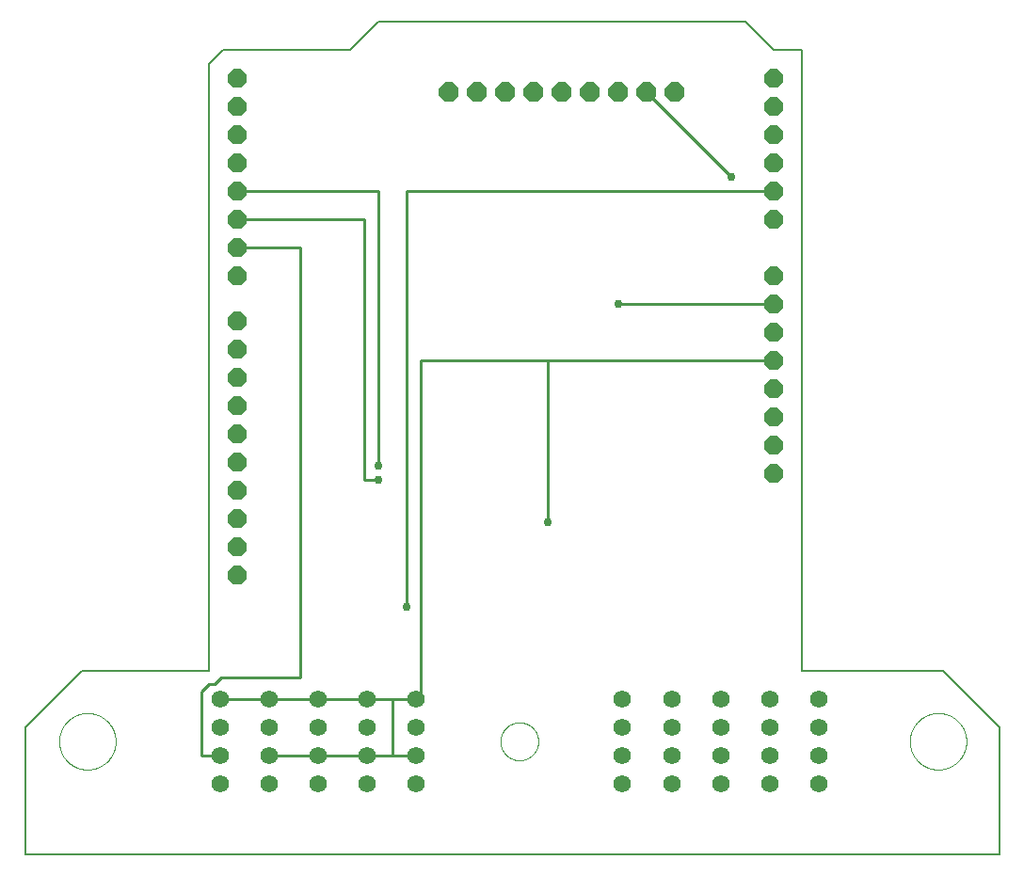
<source format=gbl>
G75*
%MOIN*%
%OFA0B0*%
%FSLAX25Y25*%
%IPPOS*%
%LPD*%
%AMOC8*
5,1,8,0,0,1.08239X$1,22.5*
%
%ADD10C,0.00600*%
%ADD11OC8,0.07000*%
%ADD12C,0.00000*%
%ADD13C,0.06150*%
%ADD14OC8,0.06600*%
%ADD15C,0.02978*%
%ADD16C,0.01000*%
D10*
X0017050Y0003750D02*
X0017050Y0048750D01*
X0037050Y0068750D01*
X0082050Y0068750D01*
X0082050Y0283750D01*
X0087050Y0288750D01*
X0132050Y0288750D01*
X0142050Y0298750D01*
X0272050Y0298750D01*
X0282050Y0288750D01*
X0292050Y0288750D01*
X0292050Y0068750D01*
X0342050Y0068750D01*
X0362050Y0048750D01*
X0362050Y0003750D01*
X0017050Y0003750D01*
D11*
X0167050Y0273750D03*
X0177050Y0273750D03*
X0187050Y0273750D03*
X0197050Y0273750D03*
X0207050Y0273750D03*
X0217050Y0273750D03*
X0227050Y0273750D03*
X0237050Y0273750D03*
X0247050Y0273750D03*
D12*
X0185350Y0043750D02*
X0185352Y0043914D01*
X0185358Y0044079D01*
X0185368Y0044243D01*
X0185382Y0044407D01*
X0185400Y0044570D01*
X0185423Y0044733D01*
X0185449Y0044895D01*
X0185479Y0045057D01*
X0185513Y0045218D01*
X0185551Y0045378D01*
X0185593Y0045537D01*
X0185638Y0045695D01*
X0185688Y0045852D01*
X0185742Y0046007D01*
X0185799Y0046161D01*
X0185860Y0046314D01*
X0185925Y0046465D01*
X0185993Y0046615D01*
X0186065Y0046762D01*
X0186141Y0046908D01*
X0186220Y0047052D01*
X0186303Y0047194D01*
X0186389Y0047334D01*
X0186479Y0047472D01*
X0186572Y0047608D01*
X0186669Y0047741D01*
X0186768Y0047872D01*
X0186871Y0048000D01*
X0186977Y0048126D01*
X0187086Y0048249D01*
X0187198Y0048370D01*
X0187312Y0048488D01*
X0187430Y0048602D01*
X0187551Y0048714D01*
X0187674Y0048823D01*
X0187800Y0048929D01*
X0187928Y0049032D01*
X0188059Y0049131D01*
X0188192Y0049228D01*
X0188328Y0049321D01*
X0188466Y0049411D01*
X0188606Y0049497D01*
X0188748Y0049580D01*
X0188892Y0049659D01*
X0189038Y0049735D01*
X0189185Y0049807D01*
X0189335Y0049875D01*
X0189486Y0049940D01*
X0189639Y0050001D01*
X0189793Y0050058D01*
X0189948Y0050112D01*
X0190105Y0050162D01*
X0190263Y0050207D01*
X0190422Y0050249D01*
X0190582Y0050287D01*
X0190743Y0050321D01*
X0190905Y0050351D01*
X0191067Y0050377D01*
X0191230Y0050400D01*
X0191393Y0050418D01*
X0191557Y0050432D01*
X0191721Y0050442D01*
X0191886Y0050448D01*
X0192050Y0050450D01*
X0192214Y0050448D01*
X0192379Y0050442D01*
X0192543Y0050432D01*
X0192707Y0050418D01*
X0192870Y0050400D01*
X0193033Y0050377D01*
X0193195Y0050351D01*
X0193357Y0050321D01*
X0193518Y0050287D01*
X0193678Y0050249D01*
X0193837Y0050207D01*
X0193995Y0050162D01*
X0194152Y0050112D01*
X0194307Y0050058D01*
X0194461Y0050001D01*
X0194614Y0049940D01*
X0194765Y0049875D01*
X0194915Y0049807D01*
X0195062Y0049735D01*
X0195208Y0049659D01*
X0195352Y0049580D01*
X0195494Y0049497D01*
X0195634Y0049411D01*
X0195772Y0049321D01*
X0195908Y0049228D01*
X0196041Y0049131D01*
X0196172Y0049032D01*
X0196300Y0048929D01*
X0196426Y0048823D01*
X0196549Y0048714D01*
X0196670Y0048602D01*
X0196788Y0048488D01*
X0196902Y0048370D01*
X0197014Y0048249D01*
X0197123Y0048126D01*
X0197229Y0048000D01*
X0197332Y0047872D01*
X0197431Y0047741D01*
X0197528Y0047608D01*
X0197621Y0047472D01*
X0197711Y0047334D01*
X0197797Y0047194D01*
X0197880Y0047052D01*
X0197959Y0046908D01*
X0198035Y0046762D01*
X0198107Y0046615D01*
X0198175Y0046465D01*
X0198240Y0046314D01*
X0198301Y0046161D01*
X0198358Y0046007D01*
X0198412Y0045852D01*
X0198462Y0045695D01*
X0198507Y0045537D01*
X0198549Y0045378D01*
X0198587Y0045218D01*
X0198621Y0045057D01*
X0198651Y0044895D01*
X0198677Y0044733D01*
X0198700Y0044570D01*
X0198718Y0044407D01*
X0198732Y0044243D01*
X0198742Y0044079D01*
X0198748Y0043914D01*
X0198750Y0043750D01*
X0198748Y0043586D01*
X0198742Y0043421D01*
X0198732Y0043257D01*
X0198718Y0043093D01*
X0198700Y0042930D01*
X0198677Y0042767D01*
X0198651Y0042605D01*
X0198621Y0042443D01*
X0198587Y0042282D01*
X0198549Y0042122D01*
X0198507Y0041963D01*
X0198462Y0041805D01*
X0198412Y0041648D01*
X0198358Y0041493D01*
X0198301Y0041339D01*
X0198240Y0041186D01*
X0198175Y0041035D01*
X0198107Y0040885D01*
X0198035Y0040738D01*
X0197959Y0040592D01*
X0197880Y0040448D01*
X0197797Y0040306D01*
X0197711Y0040166D01*
X0197621Y0040028D01*
X0197528Y0039892D01*
X0197431Y0039759D01*
X0197332Y0039628D01*
X0197229Y0039500D01*
X0197123Y0039374D01*
X0197014Y0039251D01*
X0196902Y0039130D01*
X0196788Y0039012D01*
X0196670Y0038898D01*
X0196549Y0038786D01*
X0196426Y0038677D01*
X0196300Y0038571D01*
X0196172Y0038468D01*
X0196041Y0038369D01*
X0195908Y0038272D01*
X0195772Y0038179D01*
X0195634Y0038089D01*
X0195494Y0038003D01*
X0195352Y0037920D01*
X0195208Y0037841D01*
X0195062Y0037765D01*
X0194915Y0037693D01*
X0194765Y0037625D01*
X0194614Y0037560D01*
X0194461Y0037499D01*
X0194307Y0037442D01*
X0194152Y0037388D01*
X0193995Y0037338D01*
X0193837Y0037293D01*
X0193678Y0037251D01*
X0193518Y0037213D01*
X0193357Y0037179D01*
X0193195Y0037149D01*
X0193033Y0037123D01*
X0192870Y0037100D01*
X0192707Y0037082D01*
X0192543Y0037068D01*
X0192379Y0037058D01*
X0192214Y0037052D01*
X0192050Y0037050D01*
X0191886Y0037052D01*
X0191721Y0037058D01*
X0191557Y0037068D01*
X0191393Y0037082D01*
X0191230Y0037100D01*
X0191067Y0037123D01*
X0190905Y0037149D01*
X0190743Y0037179D01*
X0190582Y0037213D01*
X0190422Y0037251D01*
X0190263Y0037293D01*
X0190105Y0037338D01*
X0189948Y0037388D01*
X0189793Y0037442D01*
X0189639Y0037499D01*
X0189486Y0037560D01*
X0189335Y0037625D01*
X0189185Y0037693D01*
X0189038Y0037765D01*
X0188892Y0037841D01*
X0188748Y0037920D01*
X0188606Y0038003D01*
X0188466Y0038089D01*
X0188328Y0038179D01*
X0188192Y0038272D01*
X0188059Y0038369D01*
X0187928Y0038468D01*
X0187800Y0038571D01*
X0187674Y0038677D01*
X0187551Y0038786D01*
X0187430Y0038898D01*
X0187312Y0039012D01*
X0187198Y0039130D01*
X0187086Y0039251D01*
X0186977Y0039374D01*
X0186871Y0039500D01*
X0186768Y0039628D01*
X0186669Y0039759D01*
X0186572Y0039892D01*
X0186479Y0040028D01*
X0186389Y0040166D01*
X0186303Y0040306D01*
X0186220Y0040448D01*
X0186141Y0040592D01*
X0186065Y0040738D01*
X0185993Y0040885D01*
X0185925Y0041035D01*
X0185860Y0041186D01*
X0185799Y0041339D01*
X0185742Y0041493D01*
X0185688Y0041648D01*
X0185638Y0041805D01*
X0185593Y0041963D01*
X0185551Y0042122D01*
X0185513Y0042282D01*
X0185479Y0042443D01*
X0185449Y0042605D01*
X0185423Y0042767D01*
X0185400Y0042930D01*
X0185382Y0043093D01*
X0185368Y0043257D01*
X0185358Y0043421D01*
X0185352Y0043586D01*
X0185350Y0043750D01*
X0029050Y0043750D02*
X0029053Y0043995D01*
X0029062Y0044241D01*
X0029077Y0044486D01*
X0029098Y0044730D01*
X0029125Y0044974D01*
X0029158Y0045217D01*
X0029197Y0045460D01*
X0029242Y0045701D01*
X0029293Y0045941D01*
X0029350Y0046180D01*
X0029412Y0046417D01*
X0029481Y0046653D01*
X0029555Y0046887D01*
X0029635Y0047119D01*
X0029720Y0047349D01*
X0029811Y0047577D01*
X0029908Y0047802D01*
X0030010Y0048026D01*
X0030118Y0048246D01*
X0030231Y0048464D01*
X0030349Y0048679D01*
X0030473Y0048891D01*
X0030601Y0049100D01*
X0030735Y0049306D01*
X0030874Y0049508D01*
X0031018Y0049707D01*
X0031167Y0049902D01*
X0031320Y0050094D01*
X0031478Y0050282D01*
X0031640Y0050466D01*
X0031808Y0050645D01*
X0031979Y0050821D01*
X0032155Y0050992D01*
X0032334Y0051160D01*
X0032518Y0051322D01*
X0032706Y0051480D01*
X0032898Y0051633D01*
X0033093Y0051782D01*
X0033292Y0051926D01*
X0033494Y0052065D01*
X0033700Y0052199D01*
X0033909Y0052327D01*
X0034121Y0052451D01*
X0034336Y0052569D01*
X0034554Y0052682D01*
X0034774Y0052790D01*
X0034998Y0052892D01*
X0035223Y0052989D01*
X0035451Y0053080D01*
X0035681Y0053165D01*
X0035913Y0053245D01*
X0036147Y0053319D01*
X0036383Y0053388D01*
X0036620Y0053450D01*
X0036859Y0053507D01*
X0037099Y0053558D01*
X0037340Y0053603D01*
X0037583Y0053642D01*
X0037826Y0053675D01*
X0038070Y0053702D01*
X0038314Y0053723D01*
X0038559Y0053738D01*
X0038805Y0053747D01*
X0039050Y0053750D01*
X0039295Y0053747D01*
X0039541Y0053738D01*
X0039786Y0053723D01*
X0040030Y0053702D01*
X0040274Y0053675D01*
X0040517Y0053642D01*
X0040760Y0053603D01*
X0041001Y0053558D01*
X0041241Y0053507D01*
X0041480Y0053450D01*
X0041717Y0053388D01*
X0041953Y0053319D01*
X0042187Y0053245D01*
X0042419Y0053165D01*
X0042649Y0053080D01*
X0042877Y0052989D01*
X0043102Y0052892D01*
X0043326Y0052790D01*
X0043546Y0052682D01*
X0043764Y0052569D01*
X0043979Y0052451D01*
X0044191Y0052327D01*
X0044400Y0052199D01*
X0044606Y0052065D01*
X0044808Y0051926D01*
X0045007Y0051782D01*
X0045202Y0051633D01*
X0045394Y0051480D01*
X0045582Y0051322D01*
X0045766Y0051160D01*
X0045945Y0050992D01*
X0046121Y0050821D01*
X0046292Y0050645D01*
X0046460Y0050466D01*
X0046622Y0050282D01*
X0046780Y0050094D01*
X0046933Y0049902D01*
X0047082Y0049707D01*
X0047226Y0049508D01*
X0047365Y0049306D01*
X0047499Y0049100D01*
X0047627Y0048891D01*
X0047751Y0048679D01*
X0047869Y0048464D01*
X0047982Y0048246D01*
X0048090Y0048026D01*
X0048192Y0047802D01*
X0048289Y0047577D01*
X0048380Y0047349D01*
X0048465Y0047119D01*
X0048545Y0046887D01*
X0048619Y0046653D01*
X0048688Y0046417D01*
X0048750Y0046180D01*
X0048807Y0045941D01*
X0048858Y0045701D01*
X0048903Y0045460D01*
X0048942Y0045217D01*
X0048975Y0044974D01*
X0049002Y0044730D01*
X0049023Y0044486D01*
X0049038Y0044241D01*
X0049047Y0043995D01*
X0049050Y0043750D01*
X0049047Y0043505D01*
X0049038Y0043259D01*
X0049023Y0043014D01*
X0049002Y0042770D01*
X0048975Y0042526D01*
X0048942Y0042283D01*
X0048903Y0042040D01*
X0048858Y0041799D01*
X0048807Y0041559D01*
X0048750Y0041320D01*
X0048688Y0041083D01*
X0048619Y0040847D01*
X0048545Y0040613D01*
X0048465Y0040381D01*
X0048380Y0040151D01*
X0048289Y0039923D01*
X0048192Y0039698D01*
X0048090Y0039474D01*
X0047982Y0039254D01*
X0047869Y0039036D01*
X0047751Y0038821D01*
X0047627Y0038609D01*
X0047499Y0038400D01*
X0047365Y0038194D01*
X0047226Y0037992D01*
X0047082Y0037793D01*
X0046933Y0037598D01*
X0046780Y0037406D01*
X0046622Y0037218D01*
X0046460Y0037034D01*
X0046292Y0036855D01*
X0046121Y0036679D01*
X0045945Y0036508D01*
X0045766Y0036340D01*
X0045582Y0036178D01*
X0045394Y0036020D01*
X0045202Y0035867D01*
X0045007Y0035718D01*
X0044808Y0035574D01*
X0044606Y0035435D01*
X0044400Y0035301D01*
X0044191Y0035173D01*
X0043979Y0035049D01*
X0043764Y0034931D01*
X0043546Y0034818D01*
X0043326Y0034710D01*
X0043102Y0034608D01*
X0042877Y0034511D01*
X0042649Y0034420D01*
X0042419Y0034335D01*
X0042187Y0034255D01*
X0041953Y0034181D01*
X0041717Y0034112D01*
X0041480Y0034050D01*
X0041241Y0033993D01*
X0041001Y0033942D01*
X0040760Y0033897D01*
X0040517Y0033858D01*
X0040274Y0033825D01*
X0040030Y0033798D01*
X0039786Y0033777D01*
X0039541Y0033762D01*
X0039295Y0033753D01*
X0039050Y0033750D01*
X0038805Y0033753D01*
X0038559Y0033762D01*
X0038314Y0033777D01*
X0038070Y0033798D01*
X0037826Y0033825D01*
X0037583Y0033858D01*
X0037340Y0033897D01*
X0037099Y0033942D01*
X0036859Y0033993D01*
X0036620Y0034050D01*
X0036383Y0034112D01*
X0036147Y0034181D01*
X0035913Y0034255D01*
X0035681Y0034335D01*
X0035451Y0034420D01*
X0035223Y0034511D01*
X0034998Y0034608D01*
X0034774Y0034710D01*
X0034554Y0034818D01*
X0034336Y0034931D01*
X0034121Y0035049D01*
X0033909Y0035173D01*
X0033700Y0035301D01*
X0033494Y0035435D01*
X0033292Y0035574D01*
X0033093Y0035718D01*
X0032898Y0035867D01*
X0032706Y0036020D01*
X0032518Y0036178D01*
X0032334Y0036340D01*
X0032155Y0036508D01*
X0031979Y0036679D01*
X0031808Y0036855D01*
X0031640Y0037034D01*
X0031478Y0037218D01*
X0031320Y0037406D01*
X0031167Y0037598D01*
X0031018Y0037793D01*
X0030874Y0037992D01*
X0030735Y0038194D01*
X0030601Y0038400D01*
X0030473Y0038609D01*
X0030349Y0038821D01*
X0030231Y0039036D01*
X0030118Y0039254D01*
X0030010Y0039474D01*
X0029908Y0039698D01*
X0029811Y0039923D01*
X0029720Y0040151D01*
X0029635Y0040381D01*
X0029555Y0040613D01*
X0029481Y0040847D01*
X0029412Y0041083D01*
X0029350Y0041320D01*
X0029293Y0041559D01*
X0029242Y0041799D01*
X0029197Y0042040D01*
X0029158Y0042283D01*
X0029125Y0042526D01*
X0029098Y0042770D01*
X0029077Y0043014D01*
X0029062Y0043259D01*
X0029053Y0043505D01*
X0029050Y0043750D01*
X0330350Y0043750D02*
X0330353Y0043995D01*
X0330362Y0044241D01*
X0330377Y0044486D01*
X0330398Y0044730D01*
X0330425Y0044974D01*
X0330458Y0045217D01*
X0330497Y0045460D01*
X0330542Y0045701D01*
X0330593Y0045941D01*
X0330650Y0046180D01*
X0330712Y0046417D01*
X0330781Y0046653D01*
X0330855Y0046887D01*
X0330935Y0047119D01*
X0331020Y0047349D01*
X0331111Y0047577D01*
X0331208Y0047802D01*
X0331310Y0048026D01*
X0331418Y0048246D01*
X0331531Y0048464D01*
X0331649Y0048679D01*
X0331773Y0048891D01*
X0331901Y0049100D01*
X0332035Y0049306D01*
X0332174Y0049508D01*
X0332318Y0049707D01*
X0332467Y0049902D01*
X0332620Y0050094D01*
X0332778Y0050282D01*
X0332940Y0050466D01*
X0333108Y0050645D01*
X0333279Y0050821D01*
X0333455Y0050992D01*
X0333634Y0051160D01*
X0333818Y0051322D01*
X0334006Y0051480D01*
X0334198Y0051633D01*
X0334393Y0051782D01*
X0334592Y0051926D01*
X0334794Y0052065D01*
X0335000Y0052199D01*
X0335209Y0052327D01*
X0335421Y0052451D01*
X0335636Y0052569D01*
X0335854Y0052682D01*
X0336074Y0052790D01*
X0336298Y0052892D01*
X0336523Y0052989D01*
X0336751Y0053080D01*
X0336981Y0053165D01*
X0337213Y0053245D01*
X0337447Y0053319D01*
X0337683Y0053388D01*
X0337920Y0053450D01*
X0338159Y0053507D01*
X0338399Y0053558D01*
X0338640Y0053603D01*
X0338883Y0053642D01*
X0339126Y0053675D01*
X0339370Y0053702D01*
X0339614Y0053723D01*
X0339859Y0053738D01*
X0340105Y0053747D01*
X0340350Y0053750D01*
X0340595Y0053747D01*
X0340841Y0053738D01*
X0341086Y0053723D01*
X0341330Y0053702D01*
X0341574Y0053675D01*
X0341817Y0053642D01*
X0342060Y0053603D01*
X0342301Y0053558D01*
X0342541Y0053507D01*
X0342780Y0053450D01*
X0343017Y0053388D01*
X0343253Y0053319D01*
X0343487Y0053245D01*
X0343719Y0053165D01*
X0343949Y0053080D01*
X0344177Y0052989D01*
X0344402Y0052892D01*
X0344626Y0052790D01*
X0344846Y0052682D01*
X0345064Y0052569D01*
X0345279Y0052451D01*
X0345491Y0052327D01*
X0345700Y0052199D01*
X0345906Y0052065D01*
X0346108Y0051926D01*
X0346307Y0051782D01*
X0346502Y0051633D01*
X0346694Y0051480D01*
X0346882Y0051322D01*
X0347066Y0051160D01*
X0347245Y0050992D01*
X0347421Y0050821D01*
X0347592Y0050645D01*
X0347760Y0050466D01*
X0347922Y0050282D01*
X0348080Y0050094D01*
X0348233Y0049902D01*
X0348382Y0049707D01*
X0348526Y0049508D01*
X0348665Y0049306D01*
X0348799Y0049100D01*
X0348927Y0048891D01*
X0349051Y0048679D01*
X0349169Y0048464D01*
X0349282Y0048246D01*
X0349390Y0048026D01*
X0349492Y0047802D01*
X0349589Y0047577D01*
X0349680Y0047349D01*
X0349765Y0047119D01*
X0349845Y0046887D01*
X0349919Y0046653D01*
X0349988Y0046417D01*
X0350050Y0046180D01*
X0350107Y0045941D01*
X0350158Y0045701D01*
X0350203Y0045460D01*
X0350242Y0045217D01*
X0350275Y0044974D01*
X0350302Y0044730D01*
X0350323Y0044486D01*
X0350338Y0044241D01*
X0350347Y0043995D01*
X0350350Y0043750D01*
X0350347Y0043505D01*
X0350338Y0043259D01*
X0350323Y0043014D01*
X0350302Y0042770D01*
X0350275Y0042526D01*
X0350242Y0042283D01*
X0350203Y0042040D01*
X0350158Y0041799D01*
X0350107Y0041559D01*
X0350050Y0041320D01*
X0349988Y0041083D01*
X0349919Y0040847D01*
X0349845Y0040613D01*
X0349765Y0040381D01*
X0349680Y0040151D01*
X0349589Y0039923D01*
X0349492Y0039698D01*
X0349390Y0039474D01*
X0349282Y0039254D01*
X0349169Y0039036D01*
X0349051Y0038821D01*
X0348927Y0038609D01*
X0348799Y0038400D01*
X0348665Y0038194D01*
X0348526Y0037992D01*
X0348382Y0037793D01*
X0348233Y0037598D01*
X0348080Y0037406D01*
X0347922Y0037218D01*
X0347760Y0037034D01*
X0347592Y0036855D01*
X0347421Y0036679D01*
X0347245Y0036508D01*
X0347066Y0036340D01*
X0346882Y0036178D01*
X0346694Y0036020D01*
X0346502Y0035867D01*
X0346307Y0035718D01*
X0346108Y0035574D01*
X0345906Y0035435D01*
X0345700Y0035301D01*
X0345491Y0035173D01*
X0345279Y0035049D01*
X0345064Y0034931D01*
X0344846Y0034818D01*
X0344626Y0034710D01*
X0344402Y0034608D01*
X0344177Y0034511D01*
X0343949Y0034420D01*
X0343719Y0034335D01*
X0343487Y0034255D01*
X0343253Y0034181D01*
X0343017Y0034112D01*
X0342780Y0034050D01*
X0342541Y0033993D01*
X0342301Y0033942D01*
X0342060Y0033897D01*
X0341817Y0033858D01*
X0341574Y0033825D01*
X0341330Y0033798D01*
X0341086Y0033777D01*
X0340841Y0033762D01*
X0340595Y0033753D01*
X0340350Y0033750D01*
X0340105Y0033753D01*
X0339859Y0033762D01*
X0339614Y0033777D01*
X0339370Y0033798D01*
X0339126Y0033825D01*
X0338883Y0033858D01*
X0338640Y0033897D01*
X0338399Y0033942D01*
X0338159Y0033993D01*
X0337920Y0034050D01*
X0337683Y0034112D01*
X0337447Y0034181D01*
X0337213Y0034255D01*
X0336981Y0034335D01*
X0336751Y0034420D01*
X0336523Y0034511D01*
X0336298Y0034608D01*
X0336074Y0034710D01*
X0335854Y0034818D01*
X0335636Y0034931D01*
X0335421Y0035049D01*
X0335209Y0035173D01*
X0335000Y0035301D01*
X0334794Y0035435D01*
X0334592Y0035574D01*
X0334393Y0035718D01*
X0334198Y0035867D01*
X0334006Y0036020D01*
X0333818Y0036178D01*
X0333634Y0036340D01*
X0333455Y0036508D01*
X0333279Y0036679D01*
X0333108Y0036855D01*
X0332940Y0037034D01*
X0332778Y0037218D01*
X0332620Y0037406D01*
X0332467Y0037598D01*
X0332318Y0037793D01*
X0332174Y0037992D01*
X0332035Y0038194D01*
X0331901Y0038400D01*
X0331773Y0038609D01*
X0331649Y0038821D01*
X0331531Y0039036D01*
X0331418Y0039254D01*
X0331310Y0039474D01*
X0331208Y0039698D01*
X0331111Y0039923D01*
X0331020Y0040151D01*
X0330935Y0040381D01*
X0330855Y0040613D01*
X0330781Y0040847D01*
X0330712Y0041083D01*
X0330650Y0041320D01*
X0330593Y0041559D01*
X0330542Y0041799D01*
X0330497Y0042040D01*
X0330458Y0042283D01*
X0330425Y0042526D01*
X0330398Y0042770D01*
X0330377Y0043014D01*
X0330362Y0043259D01*
X0330353Y0043505D01*
X0330350Y0043750D01*
D13*
X0298150Y0038750D03*
X0298150Y0028750D03*
X0280750Y0028750D03*
X0280750Y0038750D03*
X0280750Y0048750D03*
X0280750Y0058750D03*
X0298150Y0058750D03*
X0298150Y0048750D03*
X0263350Y0048750D03*
X0263350Y0058750D03*
X0245950Y0058750D03*
X0245950Y0048750D03*
X0245950Y0038750D03*
X0245950Y0028750D03*
X0263350Y0028750D03*
X0263350Y0038750D03*
X0228550Y0038750D03*
X0228550Y0028750D03*
X0228550Y0048750D03*
X0228550Y0058750D03*
X0155550Y0058750D03*
X0155550Y0048750D03*
X0155550Y0038750D03*
X0155550Y0028750D03*
X0138150Y0028750D03*
X0138150Y0038750D03*
X0138150Y0048750D03*
X0138150Y0058750D03*
X0120750Y0058750D03*
X0120750Y0048750D03*
X0120750Y0038750D03*
X0120750Y0028750D03*
X0103350Y0028750D03*
X0103350Y0038750D03*
X0103350Y0048750D03*
X0103350Y0058750D03*
X0085950Y0058750D03*
X0085950Y0048750D03*
X0085950Y0038750D03*
X0085950Y0028750D03*
D14*
X0092050Y0102750D03*
X0092050Y0112750D03*
X0092050Y0122750D03*
X0092050Y0132750D03*
X0092050Y0142750D03*
X0092050Y0152750D03*
X0092050Y0162750D03*
X0092050Y0172750D03*
X0092050Y0182750D03*
X0092050Y0192750D03*
X0092050Y0208750D03*
X0092050Y0218750D03*
X0092050Y0228750D03*
X0092050Y0238750D03*
X0092050Y0248750D03*
X0092050Y0258750D03*
X0092050Y0268750D03*
X0092050Y0278750D03*
X0282050Y0278750D03*
X0282050Y0268750D03*
X0282050Y0258750D03*
X0282050Y0248750D03*
X0282050Y0238750D03*
X0282050Y0228750D03*
X0282050Y0208750D03*
X0282050Y0198750D03*
X0282050Y0188750D03*
X0282050Y0178750D03*
X0282050Y0168750D03*
X0282050Y0158750D03*
X0282050Y0148750D03*
X0282050Y0138750D03*
D15*
X0227050Y0198750D03*
X0267050Y0243750D03*
X0142050Y0141250D03*
X0142050Y0136250D03*
X0152050Y0091250D03*
X0202050Y0121250D03*
D16*
X0202050Y0178750D01*
X0282050Y0178750D01*
X0282050Y0198750D02*
X0227050Y0198750D01*
X0202050Y0178750D02*
X0157050Y0178750D01*
X0157050Y0058750D01*
X0155550Y0058750D01*
X0147050Y0058750D01*
X0147050Y0038750D01*
X0155550Y0038750D01*
X0147050Y0038750D02*
X0138150Y0038750D01*
X0120750Y0038750D01*
X0103350Y0038750D01*
X0085950Y0038750D02*
X0079550Y0038750D01*
X0079550Y0061250D01*
X0082250Y0063950D01*
X0084038Y0063950D01*
X0086338Y0066250D01*
X0114550Y0066250D01*
X0114550Y0218750D01*
X0092050Y0218750D01*
X0092050Y0228750D02*
X0137050Y0228750D01*
X0137050Y0136250D01*
X0142050Y0136250D01*
X0142050Y0141250D02*
X0142050Y0238750D01*
X0092050Y0238750D01*
X0152050Y0238750D02*
X0152050Y0091250D01*
X0147050Y0058750D02*
X0138150Y0058750D01*
X0120750Y0058750D01*
X0103350Y0058750D01*
X0085950Y0058750D01*
X0152050Y0238750D02*
X0282050Y0238750D01*
X0267050Y0243750D02*
X0237050Y0273750D01*
M02*

</source>
